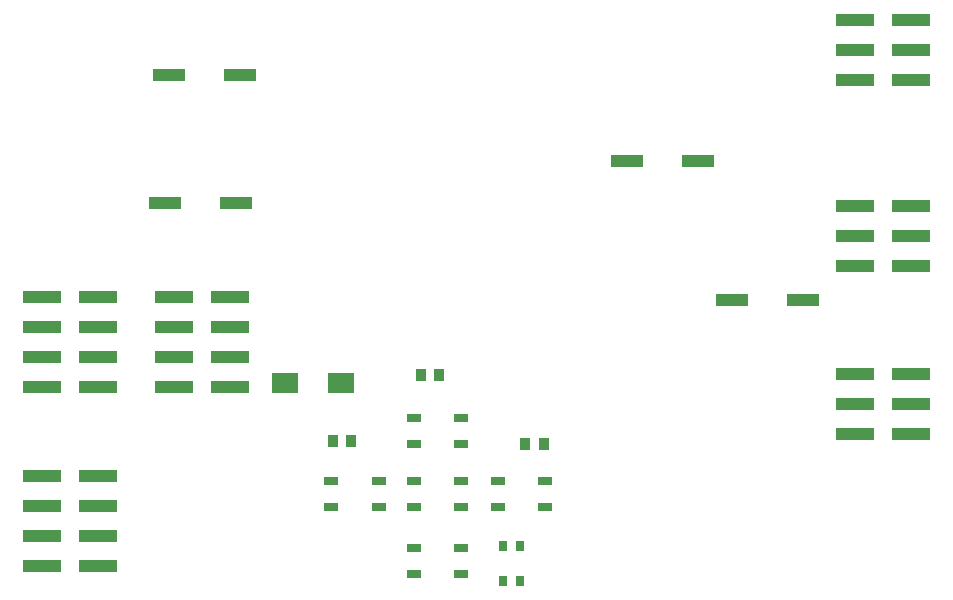
<source format=gtp>
G04*
G04 #@! TF.GenerationSoftware,Altium Limited,Altium Designer,20.0.13 (296)*
G04*
G04 Layer_Color=8421504*
%FSLAX24Y24*%
%MOIN*%
G70*
G01*
G75*
%ADD22R,0.0366X0.0386*%
%ADD23R,0.0472X0.0276*%
%ADD24R,0.1299X0.0402*%
%ADD25R,0.1063X0.0394*%
%ADD26R,0.0866X0.0689*%
%ADD27R,0.0315X0.0335*%
D22*
X17531Y5200D02*
D03*
X18137D02*
D03*
X14653Y7490D02*
D03*
X14047D02*
D03*
X11127Y5300D02*
D03*
X11733D02*
D03*
D23*
X16613Y3117D02*
D03*
X18187D02*
D03*
Y3983D02*
D03*
X16613D02*
D03*
X13825Y5217D02*
D03*
X15400D02*
D03*
Y6083D02*
D03*
X13825D02*
D03*
X11063Y3117D02*
D03*
X12637D02*
D03*
Y3983D02*
D03*
X11063D02*
D03*
X13825Y3983D02*
D03*
X15400D02*
D03*
Y3117D02*
D03*
X13825D02*
D03*
Y1733D02*
D03*
X15400D02*
D03*
Y867D02*
D03*
X13825D02*
D03*
D24*
X7675Y7100D02*
D03*
X5825D02*
D03*
X7675Y8100D02*
D03*
X5825D02*
D03*
X7675Y9100D02*
D03*
X5825D02*
D03*
X7675Y10100D02*
D03*
X5825D02*
D03*
X1425Y4150D02*
D03*
X3275D02*
D03*
X1425Y3150D02*
D03*
X3275D02*
D03*
X1425Y2150D02*
D03*
X3275D02*
D03*
X1425Y1150D02*
D03*
X3275D02*
D03*
X1425Y10100D02*
D03*
X3275D02*
D03*
X1425Y9100D02*
D03*
X3275D02*
D03*
X1425Y8100D02*
D03*
X3275D02*
D03*
X1425Y7100D02*
D03*
X3275D02*
D03*
X30375Y11150D02*
D03*
X28525D02*
D03*
X30375Y12150D02*
D03*
X28525D02*
D03*
X30375Y13150D02*
D03*
X28525D02*
D03*
Y19350D02*
D03*
X30375D02*
D03*
X28525Y18350D02*
D03*
X30375D02*
D03*
X28525Y17350D02*
D03*
X30375D02*
D03*
X28525Y7550D02*
D03*
X30375D02*
D03*
X28525Y6550D02*
D03*
X30375D02*
D03*
X28525Y5550D02*
D03*
X30375D02*
D03*
D25*
X23281Y14650D02*
D03*
X20919D02*
D03*
X26781Y10000D02*
D03*
X24419D02*
D03*
X5519Y13250D02*
D03*
X7881D02*
D03*
X5669Y17500D02*
D03*
X8031D02*
D03*
D26*
X11395Y7250D02*
D03*
X9505D02*
D03*
D27*
X17360Y1800D02*
D03*
X16770D02*
D03*
X17360Y650D02*
D03*
X16770D02*
D03*
M02*

</source>
